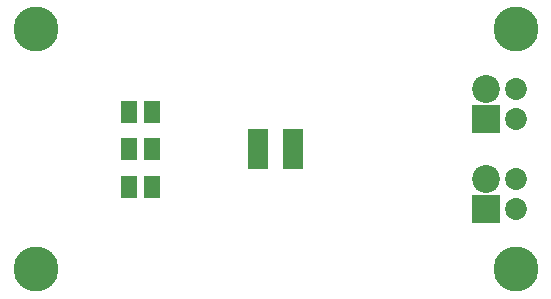
<source format=gts>
G04 (created by PCBNEW-RS274X (2011-07-19)-testing) date Tue 25 Oct 2011 10:29:37 AM PDT*
G01*
G70*
G90*
%MOIN*%
G04 Gerber Fmt 3.4, Leading zero omitted, Abs format*
%FSLAX34Y34*%
G04 APERTURE LIST*
%ADD10C,0.006000*%
%ADD11C,0.150000*%
%ADD12R,0.055000X0.075000*%
%ADD13C,0.093000*%
%ADD14R,0.093000X0.093000*%
%ADD15C,0.073000*%
%ADD16R,0.071200X0.047600*%
G04 APERTURE END LIST*
G54D10*
G54D11*
X67000Y-21000D03*
X51000Y-21000D03*
X51000Y-29000D03*
X67000Y-29000D03*
G54D12*
X54125Y-23750D03*
X54875Y-23750D03*
X54125Y-25000D03*
X54875Y-25000D03*
X54125Y-26250D03*
X54875Y-26250D03*
G54D13*
X66000Y-26000D03*
G54D14*
X66000Y-27000D03*
G54D15*
X67000Y-27000D03*
X67000Y-26000D03*
G54D13*
X66000Y-23000D03*
G54D14*
X66000Y-24000D03*
G54D15*
X67000Y-24000D03*
X67000Y-23000D03*
G54D16*
X59581Y-25433D03*
X59581Y-25000D03*
X59581Y-24567D03*
X58419Y-25433D03*
X58419Y-25000D03*
X58419Y-24567D03*
M02*

</source>
